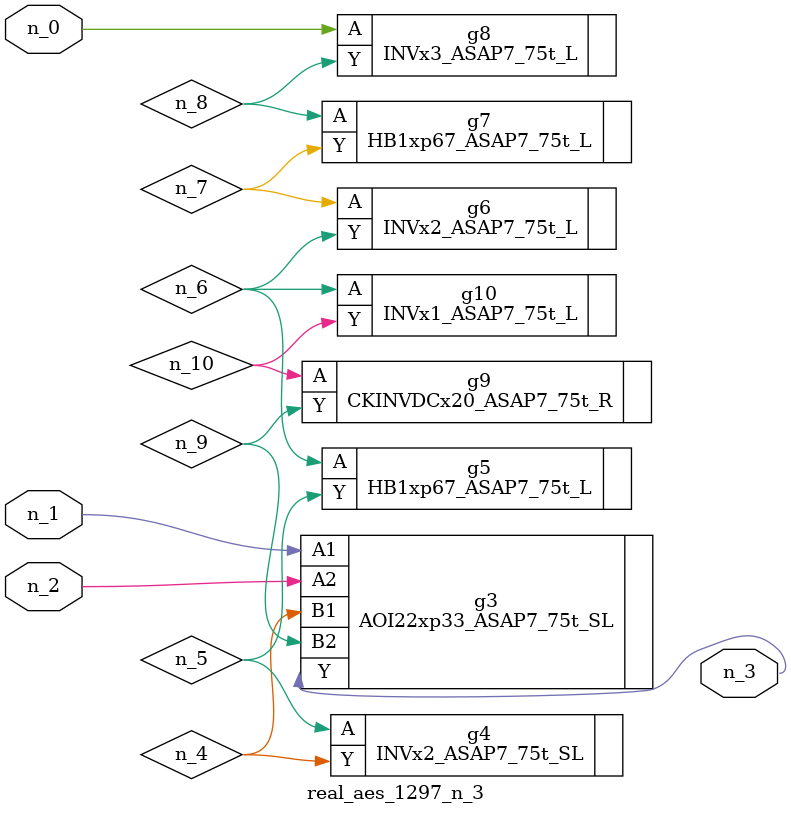
<source format=v>
module real_aes_1297_n_3 (n_0, n_2, n_1, n_3);
input n_0;
input n_2;
input n_1;
output n_3;
wire n_4;
wire n_5;
wire n_7;
wire n_9;
wire n_6;
wire n_8;
wire n_10;
INVx3_ASAP7_75t_L g8 ( .A(n_0), .Y(n_8) );
AOI22xp33_ASAP7_75t_SL g3 ( .A1(n_1), .A2(n_2), .B1(n_4), .B2(n_9), .Y(n_3) );
INVx2_ASAP7_75t_SL g4 ( .A(n_5), .Y(n_4) );
HB1xp67_ASAP7_75t_L g5 ( .A(n_6), .Y(n_5) );
INVx1_ASAP7_75t_L g10 ( .A(n_6), .Y(n_10) );
INVx2_ASAP7_75t_L g6 ( .A(n_7), .Y(n_6) );
HB1xp67_ASAP7_75t_L g7 ( .A(n_8), .Y(n_7) );
CKINVDCx20_ASAP7_75t_R g9 ( .A(n_10), .Y(n_9) );
endmodule
</source>
